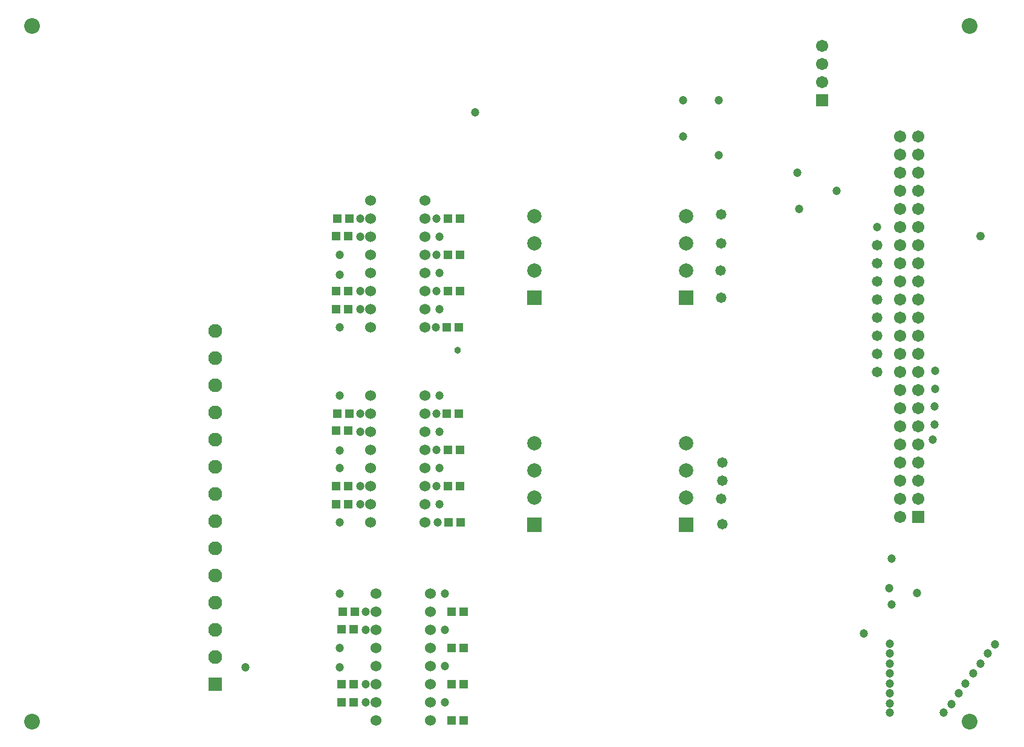
<source format=gbs>
G04 Layer_Color=16711935*
%FSLAX25Y25*%
%MOIN*%
G70*
G01*
G75*
%ADD31R,0.05131X0.04737*%
%ADD33C,0.06706*%
%ADD34R,0.06706X0.06706*%
%ADD35C,0.06000*%
%ADD36R,0.07690X0.07690*%
%ADD37C,0.07690*%
%ADD38C,0.08674*%
%ADD39R,0.07887X0.07887*%
%ADD40C,0.07887*%
%ADD41C,0.04737*%
%ADD42C,0.04800*%
%ADD43C,0.03800*%
%ADD44C,0.05800*%
D31*
X188654Y36500D02*
D03*
X195346D02*
D03*
X189154Y76500D02*
D03*
X195846D02*
D03*
X188654Y26500D02*
D03*
X195346D02*
D03*
X188654Y67000D02*
D03*
X195346D02*
D03*
X249153Y36500D02*
D03*
X255847D02*
D03*
X249153Y76500D02*
D03*
X255847D02*
D03*
X249153Y16500D02*
D03*
X255847D02*
D03*
X249153Y56500D02*
D03*
X255847D02*
D03*
X246654Y186000D02*
D03*
X253346D02*
D03*
X247153Y146000D02*
D03*
X253847D02*
D03*
X247654Y126000D02*
D03*
X254346D02*
D03*
X247153Y166000D02*
D03*
X253847D02*
D03*
X186153Y186000D02*
D03*
X192847D02*
D03*
X185653Y136000D02*
D03*
X192347D02*
D03*
X185653Y146000D02*
D03*
X192347D02*
D03*
X185653Y176500D02*
D03*
X192347D02*
D03*
X185653Y243500D02*
D03*
X192347D02*
D03*
X185653Y253500D02*
D03*
X192347D02*
D03*
X185653Y284000D02*
D03*
X192347D02*
D03*
X186153Y293500D02*
D03*
X192847D02*
D03*
X246654Y233500D02*
D03*
X253346D02*
D03*
X247153Y253500D02*
D03*
X253847D02*
D03*
X247153Y273500D02*
D03*
X253847D02*
D03*
X247153Y293500D02*
D03*
X253847D02*
D03*
D33*
X453500Y389000D02*
D03*
Y379000D02*
D03*
Y369000D02*
D03*
X496400Y338900D02*
D03*
X506400D02*
D03*
X496400Y328900D02*
D03*
X506400D02*
D03*
X496400Y318900D02*
D03*
X506400D02*
D03*
X496400Y308900D02*
D03*
X506400D02*
D03*
X496400Y298900D02*
D03*
X506400D02*
D03*
X496400Y288900D02*
D03*
X506400D02*
D03*
X496400Y278900D02*
D03*
X506400D02*
D03*
X496400Y268900D02*
D03*
X506400D02*
D03*
X496400Y258900D02*
D03*
X506400D02*
D03*
X496400Y248900D02*
D03*
X506400D02*
D03*
X496400Y238900D02*
D03*
X506400D02*
D03*
X496400Y228900D02*
D03*
X506400D02*
D03*
X496400Y218900D02*
D03*
X506400D02*
D03*
X496400Y208900D02*
D03*
X506400D02*
D03*
X496400Y198900D02*
D03*
X506400D02*
D03*
X496400Y188900D02*
D03*
X506400D02*
D03*
X496400Y178900D02*
D03*
X506400D02*
D03*
X496400Y168900D02*
D03*
X506400D02*
D03*
X496400Y158900D02*
D03*
X506400D02*
D03*
X496400Y148900D02*
D03*
X506400D02*
D03*
Y138900D02*
D03*
X496400Y128900D02*
D03*
Y138900D02*
D03*
D34*
X453500Y359000D02*
D03*
X506400Y128900D02*
D03*
D35*
X207500Y16500D02*
D03*
Y26500D02*
D03*
Y76500D02*
D03*
Y86500D02*
D03*
Y36500D02*
D03*
Y46500D02*
D03*
Y66500D02*
D03*
Y56500D02*
D03*
X237500Y86500D02*
D03*
Y76500D02*
D03*
Y66500D02*
D03*
Y56500D02*
D03*
Y46500D02*
D03*
Y36500D02*
D03*
Y26500D02*
D03*
Y16500D02*
D03*
X204500Y126000D02*
D03*
Y136000D02*
D03*
Y186000D02*
D03*
Y196000D02*
D03*
Y146000D02*
D03*
Y156000D02*
D03*
Y176000D02*
D03*
Y166000D02*
D03*
X234500Y196000D02*
D03*
Y186000D02*
D03*
Y176000D02*
D03*
Y166000D02*
D03*
Y156000D02*
D03*
Y146000D02*
D03*
Y136000D02*
D03*
Y126000D02*
D03*
X204500Y233500D02*
D03*
Y243500D02*
D03*
Y293500D02*
D03*
Y303500D02*
D03*
Y253500D02*
D03*
Y263500D02*
D03*
Y283500D02*
D03*
Y273500D02*
D03*
X234500Y303500D02*
D03*
Y293500D02*
D03*
Y283500D02*
D03*
Y273500D02*
D03*
Y263500D02*
D03*
Y253500D02*
D03*
Y243500D02*
D03*
Y233500D02*
D03*
D36*
X119000Y36500D02*
D03*
D37*
Y51500D02*
D03*
Y66500D02*
D03*
Y81500D02*
D03*
Y96500D02*
D03*
Y111500D02*
D03*
Y126500D02*
D03*
Y141500D02*
D03*
Y156500D02*
D03*
Y171500D02*
D03*
Y186500D02*
D03*
Y201500D02*
D03*
Y216500D02*
D03*
Y231500D02*
D03*
D38*
X18000Y16000D02*
D03*
Y400000D02*
D03*
X535000D02*
D03*
Y16000D02*
D03*
D39*
X295000Y250000D02*
D03*
Y124500D02*
D03*
X378500D02*
D03*
Y250000D02*
D03*
D40*
X295000Y265000D02*
D03*
Y280000D02*
D03*
Y295000D02*
D03*
Y139500D02*
D03*
Y154500D02*
D03*
Y169500D02*
D03*
X378500Y139500D02*
D03*
Y154500D02*
D03*
Y169500D02*
D03*
Y265000D02*
D03*
Y280000D02*
D03*
Y295000D02*
D03*
D41*
X461500Y309000D02*
D03*
X262250Y352250D02*
D03*
X476500Y64500D02*
D03*
X441000Y298900D02*
D03*
X440000Y319000D02*
D03*
X396500Y328500D02*
D03*
X377000Y339000D02*
D03*
X492000Y106000D02*
D03*
X490500Y89500D02*
D03*
X492000Y80500D02*
D03*
X506000Y87000D02*
D03*
X491000Y37000D02*
D03*
Y59000D02*
D03*
Y21000D02*
D03*
Y26000D02*
D03*
Y31500D02*
D03*
Y42500D02*
D03*
Y48000D02*
D03*
Y53500D02*
D03*
X187500Y273500D02*
D03*
Y262500D02*
D03*
Y233500D02*
D03*
Y196000D02*
D03*
Y165500D02*
D03*
Y156000D02*
D03*
Y126000D02*
D03*
Y86500D02*
D03*
Y46000D02*
D03*
Y56500D02*
D03*
X377000Y359000D02*
D03*
X396500D02*
D03*
X483900Y288900D02*
D03*
X135500Y46000D02*
D03*
X549000Y58500D02*
D03*
X545000Y53500D02*
D03*
X541000Y48000D02*
D03*
X537000Y42500D02*
D03*
X532500Y37000D02*
D03*
X529000Y31500D02*
D03*
X525000Y25500D02*
D03*
X520500Y21000D02*
D03*
X514500Y171500D02*
D03*
X515500Y179800D02*
D03*
Y189800D02*
D03*
X515800Y199500D02*
D03*
X516000Y209500D02*
D03*
X199000Y136000D02*
D03*
Y146000D02*
D03*
Y176000D02*
D03*
Y186000D02*
D03*
Y293500D02*
D03*
Y283500D02*
D03*
Y253500D02*
D03*
Y243500D02*
D03*
X202000Y26500D02*
D03*
Y36500D02*
D03*
Y66500D02*
D03*
Y76500D02*
D03*
X242500Y283500D02*
D03*
Y263500D02*
D03*
Y243500D02*
D03*
Y196000D02*
D03*
Y176000D02*
D03*
Y156000D02*
D03*
X245500Y26500D02*
D03*
Y46500D02*
D03*
Y66500D02*
D03*
Y86500D02*
D03*
X242500Y136000D02*
D03*
X240500Y233500D02*
D03*
X241000Y293500D02*
D03*
Y273500D02*
D03*
Y253500D02*
D03*
Y186000D02*
D03*
Y166000D02*
D03*
Y146000D02*
D03*
X241500Y126000D02*
D03*
D42*
X541000Y284000D02*
D03*
D43*
X252500Y221000D02*
D03*
D44*
X483900Y278900D02*
D03*
Y268900D02*
D03*
Y258900D02*
D03*
Y248900D02*
D03*
Y238900D02*
D03*
Y228900D02*
D03*
Y218900D02*
D03*
Y208900D02*
D03*
X398500Y158900D02*
D03*
Y149000D02*
D03*
X398000Y138900D02*
D03*
X398500Y125000D02*
D03*
X398000Y296000D02*
D03*
Y280000D02*
D03*
X397500Y265000D02*
D03*
X398000Y250000D02*
D03*
M02*

</source>
